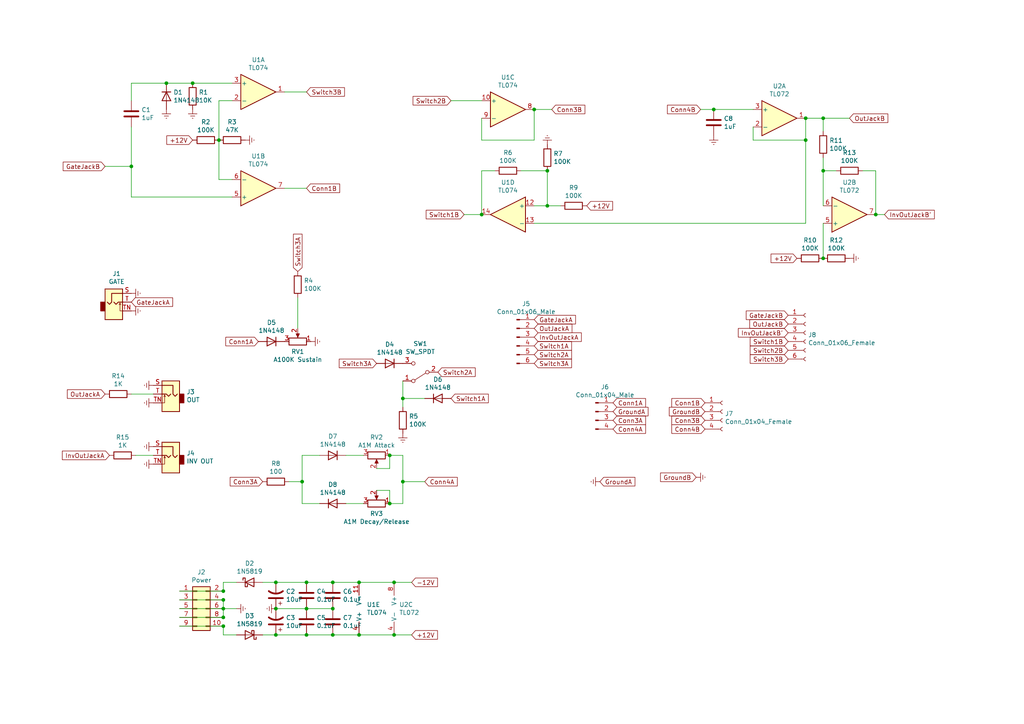
<source format=kicad_sch>
(kicad_sch (version 20211123) (generator eeschema)
  (paper "A4")
  (lib_symbols
    (symbol "ASREnvelope-rescue:CP1-Device" (pin_numbers hide) (pin_names (offset 0.254) hide)
      (property "Reference" "C" (at 0.635 2.54 0))
      (property "Value" "CP1-Device" (at 0.635 -2.54 0))
      (symbol "CP1-Device_0_1"
        (polyline (pts (xy -2.032 0.762) (xy 2.032 0.762)) (stroke (width 0.508)))
        (polyline (pts (xy -1.778 2.286) (xy -0.762 2.286)))
        (polyline (pts (xy -1.27 1.778) (xy -1.27 2.794)))
        (arc (start 2.032 -1.27) (mid 0 -0.5572) (end -2.032 -1.27) (stroke (width 0.508)))
      )
      (symbol "CP1-Device_1_1"
        (pin passive line (at 0 3.81 270) (length 2.794) (name "~") (number "1"))
        (pin passive line (at 0 -3.81 90) (length 3.302) (name "~") (number "2"))
      )
    )
    (symbol "ASREnvelope-rescue:R_POT-Device" (pin_names (offset 1.016) hide)
      (property "Reference" "RV" (at -4.445 0 90))
      (property "Value" "R_POT-Device" (at -2.54 0 90))
      (symbol "R_POT-Device_0_1"
        (polyline (pts (xy 2.54 0) (xy 1.524 0)))
        (polyline (pts (xy 1.143 0) (xy 2.286 0.508) (xy 2.286 -0.508) (xy 1.143 0)) (fill (type outline)))
        (rectangle (start 1.016 2.54) (end -1.016 -2.54) (stroke (width 0.254)))
      )
      (symbol "R_POT-Device_1_1"
        (pin passive line (at 0 3.81 270) (length 1.27) (name "1") (number "1"))
        (pin passive line (at 3.81 0 180) (length 1.27) (name "2") (number "2"))
        (pin passive line (at 0 -3.81 90) (length 1.27) (name "3") (number "3"))
      )
    )
    (symbol "Amplifier_Operational:TL072" (pin_names (offset 0.127))
      (property "Reference" "U" (at 0 5.08 0))
      (property "Value" "TL072" (at 0 -5.08 0))
      (symbol "TL072_1_1"
        (polyline (pts (xy -5.08 5.08) (xy 5.08 0) (xy -5.08 -5.08) (xy -5.08 5.08)) (stroke (width 0.254)) (fill (type background)))
        (pin output line (at 7.62 0 180) (length 2.54) (name "~") (number "1"))
        (pin input line (at -7.62 -2.54 0) (length 2.54) (name "-") (number "2"))
        (pin input line (at -7.62 2.54 0) (length 2.54) (name "+") (number "3"))
      )
      (symbol "TL072_2_1"
        (polyline (pts (xy -5.08 5.08) (xy 5.08 0) (xy -5.08 -5.08) (xy -5.08 5.08)) (stroke (width 0.254)) (fill (type background)))
        (pin input line (at -7.62 2.54 0) (length 2.54) (name "+") (number "5"))
        (pin input line (at -7.62 -2.54 0) (length 2.54) (name "-") (number "6"))
        (pin output line (at 7.62 0 180) (length 2.54) (name "~") (number "7"))
      )
      (symbol "TL072_3_1"
        (pin power_in line (at -2.54 -7.62 90) (length 3.81) (name "V-") (number "4"))
        (pin power_in line (at -2.54 7.62 270) (length 3.81) (name "V+") (number "8"))
      )
    )
    (symbol "Amplifier_Operational:TL074" (pin_names (offset 0.127))
      (property "Reference" "U" (at 0 5.08 0))
      (property "Value" "TL074" (at 0 -5.08 0))
      (symbol "TL074_1_1"
        (polyline (pts (xy -5.08 5.08) (xy 5.08 0) (xy -5.08 -5.08) (xy -5.08 5.08)) (stroke (width 0.254)) (fill (type background)))
        (pin output line (at 7.62 0 180) (length 2.54) (name "~") (number "1"))
        (pin input line (at -7.62 -2.54 0) (length 2.54) (name "-") (number "2"))
        (pin input line (at -7.62 2.54 0) (length 2.54) (name "+") (number "3"))
      )
      (symbol "TL074_2_1"
        (polyline (pts (xy -5.08 5.08) (xy 5.08 0) (xy -5.08 -5.08) (xy -5.08 5.08)) (stroke (width 0.254)) (fill (type background)))
        (pin input line (at -7.62 2.54 0) (length 2.54) (name "+") (number "5"))
        (pin input line (at -7.62 -2.54 0) (length 2.54) (name "-") (number "6"))
        (pin output line (at 7.62 0 180) (length 2.54) (name "~") (number "7"))
      )
      (symbol "TL074_3_1"
        (polyline (pts (xy -5.08 5.08) (xy 5.08 0) (xy -5.08 -5.08) (xy -5.08 5.08)) (stroke (width 0.254)) (fill (type background)))
        (pin input line (at -7.62 2.54 0) (length 2.54) (name "+") (number "10"))
        (pin output line (at 7.62 0 180) (length 2.54) (name "~") (number "8"))
        (pin input line (at -7.62 -2.54 0) (length 2.54) (name "-") (number "9"))
      )
      (symbol "TL074_4_1"
        (polyline (pts (xy -5.08 5.08) (xy 5.08 0) (xy -5.08 -5.08) (xy -5.08 5.08)) (stroke (width 0.254)) (fill (type background)))
        (pin input line (at -7.62 2.54 0) (length 2.54) (name "+") (number "12"))
        (pin input line (at -7.62 -2.54 0) (length 2.54) (name "-") (number "13"))
        (pin output line (at 7.62 0 180) (length 2.54) (name "~") (number "14"))
      )
      (symbol "TL074_5_1"
        (pin power_in line (at -2.54 -7.62 90) (length 3.81) (name "V-") (number "11"))
        (pin power_in line (at -2.54 7.62 270) (length 3.81) (name "V+") (number "4"))
      )
    )
    (symbol "Connector:AudioJack2_SwitchT"
      (property "Reference" "J" (at 0 8.89 0))
      (property "Value" "AudioJack2_SwitchT" (at 0 6.35 0))
      (symbol "AudioJack2_SwitchT_0_1"
        (rectangle (start -2.54 0) (end -3.81 -2.54) (stroke (width 0.254)) (fill (type outline)))
        (polyline (pts (xy 1.778 -0.254) (xy 2.032 -0.762)))
        (polyline (pts (xy 0 0) (xy 0.635 -0.635) (xy 1.27 0) (xy 2.54 0)) (stroke (width 0.254)))
        (polyline (pts (xy 2.54 -2.54) (xy 1.778 -2.54) (xy 1.778 -0.254) (xy 1.524 -0.762)))
        (polyline (pts (xy 2.54 2.54) (xy -0.635 2.54) (xy -0.635 0) (xy -1.27 -0.635) (xy -1.905 0)) (stroke (width 0.254)))
        (rectangle (start 2.54 3.81) (end -2.54 -5.08) (stroke (width 0.254)) (fill (type background)))
      )
      (symbol "AudioJack2_SwitchT_1_1"
        (pin passive line (at 5.08 2.54 180) (length 2.54) (name "~") (number "S"))
        (pin passive line (at 5.08 0 180) (length 2.54) (name "~") (number "T"))
        (pin passive line (at 5.08 -2.54 180) (length 2.54) (name "~") (number "TN"))
      )
    )
    (symbol "Connector:Conn_01x04_Female" (pin_names (offset 1.016) hide)
      (property "Reference" "J" (at 0 5.08 0))
      (property "Value" "Conn_01x04_Female" (at 0 -7.62 0))
      (symbol "Conn_01x04_Female_1_1"
        (arc (start 0 -4.572) (mid -0.508 -5.08) (end 0 -5.588) (stroke (width 0.1524)))
        (arc (start 0 -2.032) (mid -0.508 -2.54) (end 0 -3.048) (stroke (width 0.1524)))
        (polyline (pts (xy -1.27 -5.08) (xy -0.508 -5.08)) (stroke (width 0.1524)))
        (polyline (pts (xy -1.27 -2.54) (xy -0.508 -2.54)) (stroke (width 0.1524)))
        (polyline (pts (xy -1.27 0) (xy -0.508 0)) (stroke (width 0.1524)))
        (polyline (pts (xy -1.27 2.54) (xy -0.508 2.54)) (stroke (width 0.1524)))
        (arc (start 0 0.508) (mid -0.508 0) (end 0 -0.508) (stroke (width 0.1524)))
        (arc (start 0 3.048) (mid -0.508 2.54) (end 0 2.032) (stroke (width 0.1524)))
        (pin passive line (at -5.08 2.54 0) (length 3.81) (name "Pin_1") (number "1"))
        (pin passive line (at -5.08 0 0) (length 3.81) (name "Pin_2") (number "2"))
        (pin passive line (at -5.08 -2.54 0) (length 3.81) (name "Pin_3") (number "3"))
        (pin passive line (at -5.08 -5.08 0) (length 3.81) (name "Pin_4") (number "4"))
      )
    )
    (symbol "Connector:Conn_01x04_Male" (pin_names (offset 1.016) hide)
      (property "Reference" "J" (at 0 5.08 0))
      (property "Value" "Conn_01x04_Male" (at 0 -7.62 0))
      (symbol "Conn_01x04_Male_1_1"
        (polyline (pts (xy 1.27 -5.08) (xy 0.8636 -5.08)) (stroke (width 0.1524)))
        (polyline (pts (xy 1.27 -2.54) (xy 0.8636 -2.54)) (stroke (width 0.1524)))
        (polyline (pts (xy 1.27 0) (xy 0.8636 0)) (stroke (width 0.1524)))
        (polyline (pts (xy 1.27 2.54) (xy 0.8636 2.54)) (stroke (width 0.1524)))
        (rectangle (start 0.8636 -4.953) (end 0 -5.207) (stroke (width 0.1524)) (fill (type outline)))
        (rectangle (start 0.8636 -2.413) (end 0 -2.667) (stroke (width 0.1524)) (fill (type outline)))
        (rectangle (start 0.8636 0.127) (end 0 -0.127) (stroke (width 0.1524)) (fill (type outline)))
        (rectangle (start 0.8636 2.667) (end 0 2.413) (stroke (width 0.1524)) (fill (type outline)))
        (pin passive line (at 5.08 2.54 180) (length 3.81) (name "Pin_1") (number "1"))
        (pin passive line (at 5.08 0 180) (length 3.81) (name "Pin_2") (number "2"))
        (pin passive line (at 5.08 -2.54 180) (length 3.81) (name "Pin_3") (number "3"))
        (pin passive line (at 5.08 -5.08 180) (length 3.81) (name "Pin_4") (number "4"))
      )
    )
    (symbol "Connector:Conn_01x06_Female" (pin_names (offset 1.016) hide)
      (property "Reference" "J" (at 0 7.62 0))
      (property "Value" "Conn_01x06_Female" (at 0 -10.16 0))
      (symbol "Conn_01x06_Female_1_1"
        (arc (start 0 -7.112) (mid -0.508 -7.62) (end 0 -8.128) (stroke (width 0.1524)))
        (arc (start 0 -4.572) (mid -0.508 -5.08) (end 0 -5.588) (stroke (width 0.1524)))
        (arc (start 0 -2.032) (mid -0.508 -2.54) (end 0 -3.048) (stroke (width 0.1524)))
        (polyline (pts (xy -1.27 -7.62) (xy -0.508 -7.62)) (stroke (width 0.1524)))
        (polyline (pts (xy -1.27 -5.08) (xy -0.508 -5.08)) (stroke (width 0.1524)))
        (polyline (pts (xy -1.27 -2.54) (xy -0.508 -2.54)) (stroke (width 0.1524)))
        (polyline (pts (xy -1.27 0) (xy -0.508 0)) (stroke (width 0.1524)))
        (polyline (pts (xy -1.27 2.54) (xy -0.508 2.54)) (stroke (width 0.1524)))
        (polyline (pts (xy -1.27 5.08) (xy -0.508 5.08)) (stroke (width 0.1524)))
        (arc (start 0 0.508) (mid -0.508 0) (end 0 -0.508) (stroke (width 0.1524)))
        (arc (start 0 3.048) (mid -0.508 2.54) (end 0 2.032) (stroke (width 0.1524)))
        (arc (start 0 5.588) (mid -0.508 5.08) (end 0 4.572) (stroke (width 0.1524)))
        (pin passive line (at -5.08 5.08 0) (length 3.81) (name "Pin_1") (number "1"))
        (pin passive line (at -5.08 2.54 0) (length 3.81) (name "Pin_2") (number "2"))
        (pin passive line (at -5.08 0 0) (length 3.81) (name "Pin_3") (number "3"))
        (pin passive line (at -5.08 -2.54 0) (length 3.81) (name "Pin_4") (number "4"))
        (pin passive line (at -5.08 -5.08 0) (length 3.81) (name "Pin_5") (number "5"))
        (pin passive line (at -5.08 -7.62 0) (length 3.81) (name "Pin_6") (number "6"))
      )
    )
    (symbol "Connector:Conn_01x06_Male" (pin_names (offset 1.016) hide)
      (property "Reference" "J" (at 0 7.62 0))
      (property "Value" "Conn_01x06_Male" (at 0 -10.16 0))
      (symbol "Conn_01x06_Male_1_1"
        (polyline (pts (xy 1.27 -7.62) (xy 0.8636 -7.62)) (stroke (width 0.1524)))
        (polyline (pts (xy 1.27 -5.08) (xy 0.8636 -5.08)) (stroke (width 0.1524)))
        (polyline (pts (xy 1.27 -2.54) (xy 0.8636 -2.54)) (stroke (width 0.1524)))
        (polyline (pts (xy 1.27 0) (xy 0.8636 0)) (stroke (width 0.1524)))
        (polyline (pts (xy 1.27 2.54) (xy 0.8636 2.54)) (stroke (width 0.1524)))
        (polyline (pts (xy 1.27 5.08) (xy 0.8636 5.08)) (stroke (width 0.1524)))
        (rectangle (start 0.8636 -7.493) (end 0 -7.747) (stroke (width 0.1524)) (fill (type outline)))
        (rectangle (start 0.8636 -4.953) (end 0 -5.207) (stroke (width 0.1524)) (fill (type outline)))
        (rectangle (start 0.8636 -2.413) (end 0 -2.667) (stroke (width 0.1524)) (fill (type outline)))
        (rectangle (start 0.8636 0.127) (end 0 -0.127) (stroke (width 0.1524)) (fill (type outline)))
        (rectangle (start 0.8636 2.667) (end 0 2.413) (stroke (width 0.1524)) (fill (type outline)))
        (rectangle (start 0.8636 5.207) (end 0 4.953) (stroke (width 0.1524)) (fill (type outline)))
        (pin passive line (at 5.08 5.08 180) (length 3.81) (name "Pin_1") (number "1"))
        (pin passive line (at 5.08 2.54 180) (length 3.81) (name "Pin_2") (number "2"))
        (pin passive line (at 5.08 0 180) (length 3.81) (name "Pin_3") (number "3"))
        (pin passive line (at 5.08 -2.54 180) (length 3.81) (name "Pin_4") (number "4"))
        (pin passive line (at 5.08 -5.08 180) (length 3.81) (name "Pin_5") (number "5"))
        (pin passive line (at 5.08 -7.62 180) (length 3.81) (name "Pin_6") (number "6"))
      )
    )
    (symbol "Connector_Generic:Conn_02x05_Odd_Even" (pin_names (offset 1.016) hide)
      (property "Reference" "J" (at 1.27 7.62 0))
      (property "Value" "Conn_02x05_Odd_Even" (at 1.27 -7.62 0))
      (symbol "Conn_02x05_Odd_Even_1_1"
        (rectangle (start -1.27 -4.953) (end 0 -5.207) (stroke (width 0.1524)))
        (rectangle (start -1.27 -2.413) (end 0 -2.667) (stroke (width 0.1524)))
        (rectangle (start -1.27 0.127) (end 0 -0.127) (stroke (width 0.1524)))
        (rectangle (start -1.27 2.667) (end 0 2.413) (stroke (width 0.1524)))
        (rectangle (start -1.27 5.207) (end 0 4.953) (stroke (width 0.1524)))
        (rectangle (start -1.27 6.35) (end 3.81 -6.35) (stroke (width 0.254)) (fill (type background)))
        (rectangle (start 3.81 -4.953) (end 2.54 -5.207) (stroke (width 0.1524)))
        (rectangle (start 3.81 -2.413) (end 2.54 -2.667) (stroke (width 0.1524)))
        (rectangle (start 3.81 0.127) (end 2.54 -0.127) (stroke (width 0.1524)))
        (rectangle (start 3.81 2.667) (end 2.54 2.413) (stroke (width 0.1524)))
        (rectangle (start 3.81 5.207) (end 2.54 4.953) (stroke (width 0.1524)))
        (pin passive line (at -5.08 5.08 0) (length 3.81) (name "Pin_1") (number "1"))
        (pin passive line (at 7.62 -5.08 180) (length 3.81) (name "Pin_10") (number "10"))
        (pin passive line (at 7.62 5.08 180) (length 3.81) (name "Pin_2") (number "2"))
        (pin passive line (at -5.08 2.54 0) (length 3.81) (name "Pin_3") (number "3"))
        (pin passive line (at 7.62 2.54 180) (length 3.81) (name "Pin_4") (number "4"))
        (pin passive line (at -5.08 0 0) (length 3.81) (name "Pin_5") (number "5"))
        (pin passive line (at 7.62 0 180) (length 3.81) (name "Pin_6") (number "6"))
        (pin passive line (at -5.08 -2.54 0) (length 3.81) (name "Pin_7") (number "7"))
        (pin passive line (at 7.62 -2.54 180) (length 3.81) (name "Pin_8") (number "8"))
        (pin passive line (at -5.08 -5.08 0) (length 3.81) (name "Pin_9") (number "9"))
      )
    )
    (symbol "Device:C" (pin_numbers hide) (pin_names (offset 0.254))
      (property "Reference" "C" (at 0.635 2.54 0))
      (property "Value" "C" (at 0.635 -2.54 0))
      (symbol "C_0_1"
        (polyline (pts (xy -2.032 -0.762) (xy 2.032 -0.762)) (stroke (width 0.508)))
        (polyline (pts (xy -2.032 0.762) (xy 2.032 0.762)) (stroke (width 0.508)))
      )
      (symbol "C_1_1"
        (pin passive line (at 0 3.81 270) (length 2.794) (name "~") (number "1"))
        (pin passive line (at 0 -3.81 90) (length 2.794) (name "~") (number "2"))
      )
    )
    (symbol "Device:D" (pin_numbers hide) (pin_names (offset 1.016) hide)
      (property "Reference" "D" (at 0 2.54 0))
      (property "Value" "D" (at 0 -2.54 0))
      (symbol "D_0_1"
        (polyline (pts (xy -1.27 1.27) (xy -1.27 -1.27)) (stroke (width 0.254)))
        (polyline (pts (xy 1.27 0) (xy -1.27 0)))
        (polyline (pts (xy 1.27 1.27) (xy 1.27 -1.27) (xy -1.27 0) (xy 1.27 1.27)) (stroke (width 0.254)))
      )
      (symbol "D_1_1"
        (pin passive line (at -3.81 0 0) (length 2.54) (name "K") (number "1"))
        (pin passive line (at 3.81 0 180) (length 2.54) (name "A") (number "2"))
      )
    )
    (symbol "Device:D_Schottky" (pin_numbers hide) (pin_names (offset 1.016) hide)
      (property "Reference" "D" (at 0 2.54 0))
      (property "Value" "D_Schottky" (at 0 -2.54 0))
      (symbol "D_Schottky_0_1"
        (polyline (pts (xy 1.27 0) (xy -1.27 0)))
        (polyline (pts (xy 1.27 1.27) (xy 1.27 -1.27) (xy -1.27 0) (xy 1.27 1.27)) (stroke (width 0.254)))
        (polyline (pts (xy -1.905 0.635) (xy -1.905 1.27) (xy -1.27 1.27) (xy -1.27 -1.27) (xy -0.635 -1.27) (xy -0.635 -0.635)) (stroke (width 0.254)))
      )
      (symbol "D_Schottky_1_1"
        (pin passive line (at -3.81 0 0) (length 2.54) (name "K") (number "1"))
        (pin passive line (at 3.81 0 180) (length 2.54) (name "A") (number "2"))
      )
    )
    (symbol "Device:R" (pin_numbers hide) (pin_names (offset 0))
      (property "Reference" "R" (at 2.032 0 90))
      (property "Value" "R" (at 0 0 90))
      (symbol "R_0_1"
        (rectangle (start -1.016 -2.54) (end 1.016 2.54) (stroke (width 0.254)))
      )
      (symbol "R_1_1"
        (pin passive line (at 0 3.81 270) (length 1.27) (name "~") (number "1"))
        (pin passive line (at 0 -3.81 90) (length 1.27) (name "~") (number "2"))
      )
    )
    (symbol "Switch:SW_SPDT" (pin_names (offset 0) hide)
      (property "Reference" "SW" (at 0 4.318 0))
      (property "Value" "SW_SPDT" (at 0 -5.08 0))
      (symbol "SW_SPDT_0_0"
        (circle (center -2.032 0) (radius 0.508))
        (circle (center 2.032 -2.54) (radius 0.508))
      )
      (symbol "SW_SPDT_0_1"
        (polyline (pts (xy -1.524 0.254) (xy 1.651 2.286)))
        (circle (center 2.032 2.54) (radius 0.508))
      )
      (symbol "SW_SPDT_1_1"
        (pin passive line (at 5.08 2.54 180) (length 2.54) (name "A") (number "1"))
        (pin passive line (at -5.08 0 0) (length 2.54) (name "B") (number "2"))
        (pin passive line (at 5.08 -2.54 180) (length 2.54) (name "C") (number "3"))
      )
    )
    (symbol "power:Earth" (power) (pin_names (offset 0))
      (symbol "Earth_0_1"
        (polyline (pts (xy -0.635 -1.905) (xy 0.635 -1.905)))
        (polyline (pts (xy -0.127 -2.54) (xy 0.127 -2.54)))
        (polyline (pts (xy 0 -1.27) (xy 0 0)))
        (polyline (pts (xy 1.27 -1.27) (xy -1.27 -1.27)))
      )
      (symbol "Earth_1_1"
        (pin power_in line (at 0 0 270) (length 0) hide (name "Earth") (number "1"))
      )
    )
  )
  (junction (at 238.76 49.53))
  (junction (at 116.84 139.7))
  (junction (at 104.14 168.91))
  (junction (at 63.5 40.64))
  (junction (at 80.01 168.91))
  (junction (at 113.03 132.08))
  (junction (at 154.94 31.75))
  (junction (at 64.77 173.99))
  (junction (at 64.77 171.45))
  (junction (at 96.52 168.91))
  (junction (at 139.7 62.23))
  (junction (at 80.01 176.53))
  (junction (at 158.75 59.69))
  (junction (at 64.77 176.53))
  (junction (at 207.01 31.75))
  (junction (at 238.76 34.29))
  (junction (at 55.88 24.13))
  (junction (at 38.1 48.26))
  (junction (at 116.84 115.57))
  (junction (at 233.68 40.64))
  (junction (at 88.9 184.15))
  (junction (at 88.9 168.91))
  (junction (at 64.77 181.61))
  (junction (at 158.75 49.53))
  (junction (at 96.52 176.53))
  (junction (at 254 62.23))
  (junction (at 64.77 179.07))
  (junction (at 233.68 34.29))
  (junction (at 114.3 184.15))
  (junction (at 104.14 184.15))
  (junction (at 80.01 184.15))
  (junction (at 87.63 139.7))
  (junction (at 96.52 184.15))
  (junction (at 113.03 146.05))
  (junction (at 114.3 168.91))
  (junction (at 48.26 24.13))
  (junction (at 238.76 74.93))
  (junction (at 88.9 176.53))
  (wire (pts (xy 88.9 176.53) (xy 96.52 176.53)))
  (wire (pts (xy 254 49.53) (xy 254 62.23)))
  (wire (pts (xy 64.77 173.99) (xy 52.07 173.99)))
  (wire (pts (xy 63.5 52.07) (xy 67.31 52.07)))
  (wire (pts (xy 116.84 115.57) (xy 116.84 110.49)))
  (wire (pts (xy 114.3 168.91) (xy 119.38 168.91)))
  (wire (pts (xy 52.07 171.45) (xy 64.77 171.45)))
  (wire (pts (xy 64.77 184.15) (xy 64.77 181.61)))
  (wire (pts (xy 64.77 176.53) (xy 64.77 173.99)))
  (wire (pts (xy 86.36 95.25) (xy 86.36 86.36)))
  (wire (pts (xy 238.76 59.69) (xy 238.76 49.53)))
  (wire (pts (xy 92.71 132.08) (xy 87.63 132.08)))
  (wire (pts (xy 238.76 34.29) (xy 233.68 34.29)))
  (wire (pts (xy 83.82 139.7) (xy 87.63 139.7)))
  (wire (pts (xy 109.22 135.89) (xy 113.03 135.89)))
  (wire (pts (xy 154.94 31.75) (xy 154.94 40.64)))
  (wire (pts (xy 130.81 29.21) (xy 139.7 29.21)))
  (wire (pts (xy 238.76 64.77) (xy 238.76 74.93)))
  (wire (pts (xy 44.45 114.3) (xy 38.1 114.3)))
  (wire (pts (xy 80.01 184.15) (xy 88.9 184.15)))
  (wire (pts (xy 218.44 31.75) (xy 207.01 31.75)))
  (wire (pts (xy 64.77 179.07) (xy 52.07 179.07)))
  (wire (pts (xy 80.01 176.53) (xy 88.9 176.53)))
  (wire (pts (xy 158.75 49.53) (xy 158.75 59.69)))
  (wire (pts (xy 233.68 40.64) (xy 233.68 34.29)))
  (wire (pts (xy 114.3 184.15) (xy 104.14 184.15)))
  (wire (pts (xy 256.54 62.23) (xy 254 62.23)))
  (wire (pts (xy 246.38 34.29) (xy 238.76 34.29)))
  (wire (pts (xy 154.94 64.77) (xy 233.68 64.77)))
  (wire (pts (xy 88.9 184.15) (xy 96.52 184.15)))
  (wire (pts (xy 233.68 64.77) (xy 233.68 40.64)))
  (wire (pts (xy 63.5 29.21) (xy 63.5 40.64)))
  (wire (pts (xy 116.84 139.7) (xy 116.84 146.05)))
  (wire (pts (xy 80.01 168.91) (xy 88.9 168.91)))
  (wire (pts (xy 76.2 168.91) (xy 80.01 168.91)))
  (wire (pts (xy 64.77 171.45) (xy 64.77 168.91)))
  (wire (pts (xy 116.84 132.08) (xy 116.84 139.7)))
  (wire (pts (xy 68.58 184.15) (xy 64.77 184.15)))
  (wire (pts (xy 218.44 40.64) (xy 233.68 40.64)))
  (wire (pts (xy 76.2 184.15) (xy 80.01 184.15)))
  (wire (pts (xy 114.3 184.15) (xy 119.38 184.15)))
  (wire (pts (xy 207.01 31.75) (xy 203.2 31.75)))
  (wire (pts (xy 105.41 146.05) (xy 100.33 146.05)))
  (wire (pts (xy 38.1 36.83) (xy 38.1 48.26)))
  (wire (pts (xy 87.63 139.7) (xy 87.63 146.05)))
  (wire (pts (xy 238.76 49.53) (xy 242.57 49.53)))
  (wire (pts (xy 38.1 48.26) (xy 38.1 57.15)))
  (wire (pts (xy 88.9 26.67) (xy 82.55 26.67)))
  (wire (pts (xy 113.03 132.08) (xy 116.84 132.08)))
  (wire (pts (xy 139.7 49.53) (xy 139.7 62.23)))
  (wire (pts (xy 158.75 59.69) (xy 162.56 59.69)))
  (wire (pts (xy 238.76 49.53) (xy 238.76 45.72)))
  (wire (pts (xy 109.22 142.24) (xy 113.03 142.24)))
  (wire (pts (xy 82.55 54.61) (xy 88.9 54.61)))
  (wire (pts (xy 113.03 135.89) (xy 113.03 132.08)))
  (wire (pts (xy 64.77 179.07) (xy 64.77 176.53)))
  (wire (pts (xy 67.31 24.13) (xy 55.88 24.13)))
  (wire (pts (xy 52.07 176.53) (xy 64.77 176.53)))
  (wire (pts (xy 123.19 115.57) (xy 116.84 115.57)))
  (wire (pts (xy 218.44 36.83) (xy 218.44 40.64)))
  (wire (pts (xy 67.31 29.21) (xy 63.5 29.21)))
  (wire (pts (xy 143.51 49.53) (xy 139.7 49.53)))
  (wire (pts (xy 113.03 142.24) (xy 113.03 146.05)))
  (wire (pts (xy 96.52 184.15) (xy 104.14 184.15)))
  (wire (pts (xy 63.5 40.64) (xy 63.5 52.07)))
  (wire (pts (xy 134.62 62.23) (xy 139.7 62.23)))
  (wire (pts (xy 139.7 40.64) (xy 139.7 34.29)))
  (wire (pts (xy 87.63 146.05) (xy 92.71 146.05)))
  (wire (pts (xy 116.84 115.57) (xy 116.84 118.11)))
  (wire (pts (xy 154.94 40.64) (xy 139.7 40.64)))
  (wire (pts (xy 68.58 176.53) (xy 64.77 176.53)))
  (wire (pts (xy 87.63 132.08) (xy 87.63 139.7)))
  (wire (pts (xy 38.1 29.21) (xy 38.1 24.13)))
  (wire (pts (xy 64.77 168.91) (xy 68.58 168.91)))
  (wire (pts (xy 238.76 38.1) (xy 238.76 34.29)))
  (wire (pts (xy 154.94 31.75) (xy 160.02 31.75)))
  (wire (pts (xy 151.13 49.53) (xy 158.75 49.53)))
  (wire (pts (xy 38.1 24.13) (xy 48.26 24.13)))
  (wire (pts (xy 250.19 49.53) (xy 254 49.53)))
  (wire (pts (xy 116.84 146.05) (xy 113.03 146.05)))
  (wire (pts (xy 52.07 181.61) (xy 64.77 181.61)))
  (wire (pts (xy 96.52 168.91) (xy 104.14 168.91)))
  (wire (pts (xy 154.94 59.69) (xy 158.75 59.69)))
  (wire (pts (xy 104.14 168.91) (xy 114.3 168.91)))
  (wire (pts (xy 44.45 132.08) (xy 39.37 132.08)))
  (wire (pts (xy 100.33 132.08) (xy 105.41 132.08)))
  (wire (pts (xy 123.19 139.7) (xy 116.84 139.7)))
  (wire (pts (xy 88.9 168.91) (xy 96.52 168.91)))
  (wire (pts (xy 55.88 24.13) (xy 48.26 24.13)))
  (wire (pts (xy 30.48 48.26) (xy 38.1 48.26)))
  (wire (pts (xy 67.31 57.15) (xy 38.1 57.15)))
  (global_label "Switch3B" (shape input) (at 228.6 104.14 180) (property "Intersheet References" "${INTERSHEET_REFS}" (effects hide)))
  (global_label "Switch2B" (shape input) (at 228.6 101.6 180) (property "Intersheet References" "${INTERSHEET_REFS}" (effects hide)))
  (global_label "+12V" (shape input) (at 55.88 40.64 180) (property "Intersheet References" "${INTERSHEET_REFS}" (effects hide)))
  (global_label "InvOutJackA" (shape input) (at 31.75 132.08 180) (property "Intersheet References" "${INTERSHEET_REFS}" (effects hide)))
  (global_label "Conn4A" (shape input) (at 177.8 124.46 0) (property "Intersheet References" "${INTERSHEET_REFS}" (effects hide)))
  (global_label "Switch1A" (shape input) (at 130.81 115.57 0) (property "Intersheet References" "${INTERSHEET_REFS}" (effects hide)))
  (global_label "Switch2A" (shape input) (at 154.94 102.87 0) (property "Intersheet References" "${INTERSHEET_REFS}" (effects hide)))
  (global_label "GroundA" (shape input) (at 177.8 119.38 0) (property "Intersheet References" "${INTERSHEET_REFS}" (effects hide)))
  (global_label "GateJackB" (shape input) (at 30.48 48.26 180) (property "Intersheet References" "${INTERSHEET_REFS}" (effects hide)))
  (global_label "Switch3A" (shape input) (at 86.36 78.74 90) (property "Intersheet References" "${INTERSHEET_REFS}" (effects hide)))
  (global_label "Conn3A" (shape input) (at 177.8 121.92 0) (property "Intersheet References" "${INTERSHEET_REFS}" (effects hide)))
  (global_label "Conn3A" (shape input) (at 76.2 139.7 180) (property "Intersheet References" "${INTERSHEET_REFS}" (effects hide)))
  (global_label "GateJackA" (shape input) (at 154.94 92.71 0) (property "Intersheet References" "${INTERSHEET_REFS}" (effects hide)))
  (global_label "+12V" (shape input) (at 170.18 59.69 0) (property "Intersheet References" "${INTERSHEET_REFS}" (effects hide)))
  (global_label "Conn1A" (shape input) (at 74.93 99.06 180) (property "Intersheet References" "${INTERSHEET_REFS}" (effects hide)))
  (global_label "Conn1B" (shape input) (at 88.9 54.61 0) (property "Intersheet References" "${INTERSHEET_REFS}" (effects hide)))
  (global_label "GateJackA" (shape input) (at 38.1 87.63 0) (property "Intersheet References" "${INTERSHEET_REFS}" (effects hide)))
  (global_label "Switch1A" (shape input) (at 154.94 100.33 0) (property "Intersheet References" "${INTERSHEET_REFS}" (effects hide)))
  (global_label "Conn1A" (shape input) (at 177.8 116.84 0) (property "Intersheet References" "${INTERSHEET_REFS}" (effects hide)))
  (global_label "InvOutJackA" (shape input) (at 154.94 97.79 0) (property "Intersheet References" "${INTERSHEET_REFS}" (effects hide)))
  (global_label "Switch3B" (shape input) (at 88.9 26.67 0) (property "Intersheet References" "${INTERSHEET_REFS}" (effects hide)))
  (global_label "GroundA" (shape input) (at 173.99 139.7 0) (property "Intersheet References" "${INTERSHEET_REFS}" (effects hide)))
  (global_label "OutJackA" (shape input) (at 30.48 114.3 180) (property "Intersheet References" "${INTERSHEET_REFS}" (effects hide)))
  (global_label "InvOutJackB'" (shape input) (at 228.6 96.52 180) (property "Intersheet References" "${INTERSHEET_REFS}" (effects hide)))
  (global_label "Switch2A" (shape input) (at 127 107.95 0) (property "Intersheet References" "${INTERSHEET_REFS}" (effects hide)))
  (global_label "InvOutJackB'" (shape input) (at 256.54 62.23 0) (property "Intersheet References" "${INTERSHEET_REFS}" (effects hide)))
  (global_label "Switch1B" (shape input) (at 134.62 62.23 180) (property "Intersheet References" "${INTERSHEET_REFS}" (effects hide)))
  (global_label "GroundB" (shape input) (at 204.47 119.38 180) (property "Intersheet References" "${INTERSHEET_REFS}" (effects hide)))
  (global_label "OutJackB" (shape input) (at 228.6 93.98 180) (property "Intersheet References" "${INTERSHEET_REFS}" (effects hide)))
  (global_label "Switch3A" (shape input) (at 154.94 105.41 0) (property "Intersheet References" "${INTERSHEET_REFS}" (effects hide)))
  (global_label "Conn4B" (shape input) (at 203.2 31.75 180) (property "Intersheet References" "${INTERSHEET_REFS}" (effects hide)))
  (global_label "GroundB" (shape input) (at 201.93 138.43 180) (property "Intersheet References" "${INTERSHEET_REFS}" (effects hide)))
  (global_label "+12V" (shape input) (at 231.14 74.93 180) (property "Intersheet References" "${INTERSHEET_REFS}" (effects hide)))
  (global_label "Switch2B" (shape input) (at 130.81 29.21 180) (property "Intersheet References" "${INTERSHEET_REFS}" (effects hide)))
  (global_label "Conn4B" (shape input) (at 204.47 124.46 180) (property "Intersheet References" "${INTERSHEET_REFS}" (effects hide)))
  (global_label "Switch1B" (shape input) (at 228.6 99.06 180) (property "Intersheet References" "${INTERSHEET_REFS}" (effects hide)))
  (global_label "Conn4A" (shape input) (at 123.19 139.7 0) (property "Intersheet References" "${INTERSHEET_REFS}" (effects hide)))
  (global_label "OutJackA" (shape input) (at 154.94 95.25 0) (property "Intersheet References" "${INTERSHEET_REFS}" (effects hide)))
  (global_label "Conn1B" (shape input) (at 204.47 116.84 180) (property "Intersheet References" "${INTERSHEET_REFS}" (effects hide)))
  (global_label "Switch3A" (shape input) (at 109.22 105.41 180) (property "Intersheet References" "${INTERSHEET_REFS}" (effects hide)))
  (global_label "+12V" (shape input) (at 119.38 184.15 0) (property "Intersheet References" "${INTERSHEET_REFS}" (effects hide)))
  (global_label "-12V" (shape input) (at 119.38 168.91 0) (property "Intersheet References" "${INTERSHEET_REFS}" (effects hide)))
  (global_label "OutJackB" (shape input) (at 246.38 34.29 0) (property "Intersheet References" "${INTERSHEET_REFS}" (effects hide)))
  (global_label "Conn3B" (shape input) (at 204.47 121.92 180) (property "Intersheet References" "${INTERSHEET_REFS}" (effects hide)))
  (global_label "GateJackB" (shape input) (at 228.6 91.44 180) (property "Intersheet References" "${INTERSHEET_REFS}" (effects hide)))
  (global_label "Conn3B" (shape input) (at 160.02 31.75 0) (property "Intersheet References" "${INTERSHEET_REFS}" (effects hide)))
  (symbol (lib_id "Connector:AudioJack2_SwitchT") (at 33.02 87.63 0) (unit 1)
    (property "Reference" "J1" (at 33.8328 79.375 0))
    (property "Value" "GATE" (at 33.8328 81.6864 0))
    (property "Footprint" "pj398m:Jack_3.5mm_QingPu_WQP-PJ398SM_Vertical" (effects hide))
  )
  (symbol (lib_id "power:Earth") (at 38.1 90.17 90) (unit 1)
    (property "Reference" "#PWR0112" (effects hide))
    (property "Value" "Earth" (effects hide))
  )
  (symbol (lib_id "power:Earth") (at 38.1 85.09 90) (unit 1)
    (property "Reference" "#PWR0113" (effects hide))
    (property "Value" "Earth" (effects hide))
  )
  (symbol (lib_id "Connector:AudioJack2_SwitchT") (at 49.53 132.08 0) (mirror y) (unit 1)
    (property "Reference" "J4" (at 54.102 131.445 0) (effects (justify right)))
    (property "Value" "INV OUT" (at 54.102 133.7564 0) (effects (justify right)))
    (property "Footprint" "pj398m:Jack_3.5mm_QingPu_WQP-PJ398SM_Vertical" (effects hide))
  )
  (symbol (lib_id "Connector:AudioJack2_SwitchT") (at 49.53 114.3 0) (mirror y) (unit 1)
    (property "Reference" "J3" (at 54.102 113.665 0) (effects (justify right)))
    (property "Value" "OUT" (at 54.102 115.9764 0) (effects (justify right)))
    (property "Footprint" "pj398m:Jack_3.5mm_QingPu_WQP-PJ398SM_Vertical" (effects hide))
  )
  (symbol (lib_id "power:Earth") (at 44.45 134.62 270) (unit 1)
    (property "Reference" "#PWR0114" (effects hide))
    (property "Value" "Earth" (effects hide))
  )
  (symbol (lib_id "power:Earth") (at 44.45 129.54 270) (unit 1)
    (property "Reference" "#PWR0115" (effects hide))
    (property "Value" "Earth" (effects hide))
  )
  (symbol (lib_id "power:Earth") (at 44.45 116.84 270) (unit 1)
    (property "Reference" "#PWR0116" (effects hide))
    (property "Value" "Earth" (effects hide))
  )
  (symbol (lib_id "power:Earth") (at 44.45 111.76 270) (unit 1)
    (property "Reference" "#PWR0117" (effects hide))
    (property "Value" "Earth" (effects hide))
  )
  (symbol (lib_id "Amplifier_Operational:TL074") (at 74.93 26.67 0) (unit 1)
    (property "Reference" "U1" (at 74.93 17.3482 0))
    (property "Value" "TL074" (at 74.93 19.6596 0))
    (property "Footprint" "Package_DIP:DIP-16_W7.62mm_Socket_LongPads" (effects hide))
    (property "Datasheet" "http://www.ti.com/lit/ds/symlink/tl071.pdf" (effects hide))
  )
  (symbol (lib_id "Amplifier_Operational:TL074") (at 74.93 54.61 0) (mirror x) (unit 2)
    (property "Reference" "U1" (at 74.93 45.2882 0))
    (property "Value" "TL074" (at 74.93 47.5996 0))
    (property "Footprint" "Package_DIP:DIP-16_W7.62mm_Socket_LongPads" (effects hide))
    (property "Datasheet" "http://www.ti.com/lit/ds/symlink/tl071.pdf" (effects hide))
  )
  (symbol (lib_id "Amplifier_Operational:TL074") (at 147.32 31.75 0) (unit 3)
    (property "Reference" "U1" (at 147.32 22.4282 0))
    (property "Value" "TL074" (at 147.32 24.7396 0))
    (property "Footprint" "Package_DIP:DIP-16_W7.62mm_Socket_LongPads" (effects hide))
    (property "Datasheet" "http://www.ti.com/lit/ds/symlink/tl071.pdf" (effects hide))
  )
  (symbol (lib_id "Amplifier_Operational:TL074") (at 147.32 62.23 0) (mirror y) (unit 4)
    (property "Reference" "U1" (at 147.32 52.9082 0))
    (property "Value" "TL074" (at 147.32 55.2196 0))
    (property "Footprint" "Package_DIP:DIP-16_W7.62mm_Socket_LongPads" (effects hide))
    (property "Datasheet" "http://www.ti.com/lit/ds/symlink/tl071.pdf" (effects hide))
  )
  (symbol (lib_id "Amplifier_Operational:TL074") (at 101.6 176.53 180) (unit 5)
    (property "Reference" "U1" (at 106.3752 175.3616 0) (effects (justify right)))
    (property "Value" "TL074" (at 106.3752 177.673 0) (effects (justify right)))
    (property "Footprint" "Package_DIP:DIP-16_W7.62mm_Socket_LongPads" (effects hide))
    (property "Datasheet" "http://www.ti.com/lit/ds/symlink/tl071.pdf" (effects hide))
  )
  (symbol (lib_id "Connector_Generic:Conn_02x05_Odd_Even") (at 57.15 176.53 0) (unit 1)
    (property "Reference" "J2" (at 58.42 165.9382 0))
    (property "Value" "Power" (at 58.42 168.2496 0))
    (property "Footprint" "pj398m:Jack_3.5mm_QingPu_WQP-PJ398SM_Vertical" (effects hide))
  )
  (symbol (lib_id "ASREnvelope-rescue:CP1-Device") (at 80.01 172.72 180) (unit 1)
    (property "Reference" "C2" (at 82.931 171.5516 0) (effects (justify right)))
    (property "Value" "10uF" (at 82.931 173.863 0) (effects (justify right)))
    (property "Footprint" "Capacitor_THT:CP_Radial_D5.0mm_P2.50mm" (effects hide))
  )
  (symbol (lib_id "Device:R") (at 246.38 49.53 90) (unit 1)
    (property "Reference" "R13" (at 246.38 44.2722 90))
    (property "Value" "100K" (at 246.38 46.5836 90))
    (property "Footprint" "Resistor_THT:R_Axial_DIN0207_L6.3mm_D2.5mm_P7.62mm_Horizontal" (effects hide))
  )
  (symbol (lib_id "Device:D_Schottky") (at 72.39 168.91 0) (unit 1)
    (property "Reference" "D2" (at 72.39 163.3982 0))
    (property "Value" "1N5819" (at 72.39 165.7096 0))
    (property "Footprint" "Diode_THT:D_DO-41_SOD81_P7.62mm_Horizontal" (effects hide))
  )
  (symbol (lib_id "Device:C") (at 207.01 35.56 0) (unit 1)
    (property "Reference" "C8" (at 209.931 34.3916 0) (effects (justify left)))
    (property "Value" "1uF" (at 209.931 36.703 0) (effects (justify left)))
    (property "Footprint" "Capacitor_THT:C_Disc_D3.0mm_W1.6mm_P2.50mm" (effects hide))
  )
  (symbol (lib_id "Device:D_Schottky") (at 72.39 184.15 180) (unit 1)
    (property "Reference" "D3" (at 72.39 178.6382 0))
    (property "Value" "1N5819" (at 72.39 180.9496 0))
    (property "Footprint" "Diode_THT:D_DO-41_SOD81_P7.62mm_Horizontal" (effects hide))
  )
  (symbol (lib_id "ASREnvelope-rescue:CP1-Device") (at 80.01 180.34 180) (unit 1)
    (property "Reference" "C3" (at 82.931 179.1716 0) (effects (justify right)))
    (property "Value" "10uF" (at 82.931 181.483 0) (effects (justify right)))
    (property "Footprint" "Capacitor_THT:CP_Radial_D5.0mm_P2.50mm" (effects hide))
  )
  (symbol (lib_id "power:Earth") (at 68.58 176.53 90) (unit 1)
    (property "Reference" "#PWR0101" (effects hide))
    (property "Value" "Earth" (effects hide))
  )
  (symbol (lib_id "power:Earth") (at 80.01 176.53 270) (unit 1)
    (property "Reference" "#PWR0102" (effects hide))
    (property "Value" "Earth" (effects hide))
  )
  (symbol (lib_id "Amplifier_Operational:TL072") (at 226.06 34.29 0) (unit 1)
    (property "Reference" "U2" (at 226.06 24.9682 0))
    (property "Value" "TL072" (at 226.06 27.2796 0))
    (property "Footprint" "Package_DIP:DIP-8_W7.62mm_Socket_LongPads" (effects hide))
    (property "Datasheet" "http://www.ti.com/lit/ds/symlink/tl071.pdf" (effects hide))
  )
  (symbol (lib_id "Amplifier_Operational:TL072") (at 246.38 62.23 0) (mirror x) (unit 2)
    (property "Reference" "U2" (at 246.38 52.9082 0))
    (property "Value" "TL072" (at 246.38 55.2196 0))
    (property "Footprint" "Package_DIP:DIP-8_W7.62mm_Socket_LongPads" (effects hide))
    (property "Datasheet" "http://www.ti.com/lit/ds/symlink/tl071.pdf" (effects hide))
  )
  (symbol (lib_id "Amplifier_Operational:TL072") (at 116.84 176.53 0) (unit 3)
    (property "Reference" "U2" (at 115.7732 175.3616 0) (effects (justify left)))
    (property "Value" "TL072" (at 115.7732 177.673 0) (effects (justify left)))
    (property "Footprint" "Package_DIP:DIP-8_W7.62mm_Socket_LongPads" (effects hide))
    (property "Datasheet" "http://www.ti.com/lit/ds/symlink/tl071.pdf" (effects hide))
  )
  (symbol (lib_id "Device:C") (at 96.52 180.34 0) (unit 1)
    (property "Reference" "C7" (at 99.441 179.1716 0) (effects (justify left)))
    (property "Value" "0.1uF" (at 99.441 181.483 0) (effects (justify left)))
    (property "Footprint" "Capacitor_THT:C_Disc_D11.0mm_W5.0mm_P7.50mm" (effects hide))
  )
  (symbol (lib_id "Device:C") (at 96.52 172.72 0) (unit 1)
    (property "Reference" "C6" (at 99.441 171.5516 0) (effects (justify left)))
    (property "Value" "0.1uF" (at 99.441 173.863 0) (effects (justify left)))
    (property "Footprint" "Capacitor_THT:C_Disc_D11.0mm_W5.0mm_P7.50mm" (effects hide))
  )
  (symbol (lib_id "Device:C") (at 88.9 172.72 0) (unit 1)
    (property "Reference" "C4" (at 91.821 171.5516 0) (effects (justify left)))
    (property "Value" "0.1uF" (at 91.821 173.863 0) (effects (justify left)))
    (property "Footprint" "Capacitor_THT:C_Disc_D11.0mm_W5.0mm_P7.50mm" (effects hide))
  )
  (symbol (lib_id "Device:C") (at 88.9 180.34 0) (unit 1)
    (property "Reference" "C5" (at 91.821 179.1716 0) (effects (justify left)))
    (property "Value" "0.1uF" (at 91.821 181.483 0) (effects (justify left)))
    (property "Footprint" "Capacitor_THT:C_Disc_D11.0mm_W5.0mm_P7.50mm" (effects hide))
  )
  (symbol (lib_id "Device:R") (at 67.31 40.64 270) (unit 1)
    (property "Reference" "R3" (at 67.31 35.3822 90))
    (property "Value" "47K" (at 67.31 37.6936 90))
    (property "Footprint" "Resistor_THT:R_Axial_DIN0207_L6.3mm_D2.5mm_P7.62mm_Horizontal" (effects hide))
  )
  (symbol (lib_id "Device:R") (at 59.69 40.64 270) (unit 1)
    (property "Reference" "R2" (at 59.69 35.3822 90))
    (property "Value" "100K" (at 59.69 37.6936 90))
    (property "Footprint" "Resistor_THT:R_Axial_DIN0207_L6.3mm_D2.5mm_P7.62mm_Horizontal" (effects hide))
  )
  (symbol (lib_id "power:Earth") (at 71.12 40.64 90) (unit 1)
    (property "Reference" "#PWR0103" (effects hide))
    (property "Value" "Earth" (effects hide))
  )
  (symbol (lib_id "Device:D") (at 48.26 27.94 270) (unit 1)
    (property "Reference" "D1" (at 50.292 26.7716 90) (effects (justify left)))
    (property "Value" "1N4148" (at 50.292 29.083 90) (effects (justify left)))
    (property "Footprint" "Diode_THT:D_DO-35_SOD27_P7.62mm_Horizontal" (effects hide))
  )
  (symbol (lib_id "Device:R") (at 55.88 27.94 0) (unit 1)
    (property "Reference" "R1" (at 57.658 26.7716 0) (effects (justify left)))
    (property "Value" "10K" (at 57.658 29.083 0) (effects (justify left)))
    (property "Footprint" "Resistor_THT:R_Axial_DIN0207_L6.3mm_D2.5mm_P7.62mm_Horizontal" (effects hide))
  )
  (symbol (lib_id "Device:C") (at 38.1 33.02 0) (unit 1)
    (property "Reference" "C1" (at 41.021 31.8516 0) (effects (justify left)))
    (property "Value" "1uF" (at 41.021 34.163 0) (effects (justify left)))
    (property "Footprint" "Capacitor_THT:C_Disc_D3.0mm_W1.6mm_P2.50mm" (effects hide))
  )
  (symbol (lib_id "power:Earth") (at 48.26 31.75 0) (unit 1)
    (property "Reference" "#PWR0104" (effects hide))
    (property "Value" "Earth" (effects hide))
  )
  (symbol (lib_id "power:Earth") (at 55.88 31.75 0) (unit 1)
    (property "Reference" "#PWR0105" (effects hide))
    (property "Value" "Earth" (effects hide))
  )
  (symbol (lib_id "Device:D") (at 78.74 99.06 180) (unit 1)
    (property "Reference" "D5" (at 78.74 93.5482 0))
    (property "Value" "1N4148" (at 78.74 95.8596 0))
    (property "Footprint" "Diode_THT:D_DO-35_SOD27_P7.62mm_Horizontal" (effects hide))
  )
  (symbol (lib_id "Device:D") (at 113.03 105.41 180) (unit 1)
    (property "Reference" "D4" (at 113.03 99.8982 0))
    (property "Value" "1N4148" (at 113.03 102.2096 0))
    (property "Footprint" "Diode_THT:D_DO-35_SOD27_P7.62mm_Horizontal" (effects hide))
  )
  (symbol (lib_id "ASREnvelope-rescue:R_POT-Device") (at 86.36 99.06 270) (mirror x) (unit 1)
    (property "Reference" "RV1" (at 86.36 101.981 90))
    (property "Value" "A100K Sustain" (at 86.36 104.2924 90))
    (property "Footprint" "Potentiometer_THT:Potentiometer_Alpha_RD901F-40-00D_Single_Vertical_CircularHoles" (effects hide))
  )
  (symbol (lib_id "Device:R") (at 86.36 82.55 0) (unit 1)
    (property "Reference" "R4" (at 88.138 81.3816 0) (effects (justify left)))
    (property "Value" "100K" (at 88.138 83.693 0) (effects (justify left)))
    (property "Footprint" "Resistor_THT:R_Axial_DIN0207_L6.3mm_D2.5mm_P7.62mm_Horizontal" (effects hide))
  )
  (symbol (lib_id "power:Earth") (at 90.17 99.06 90) (unit 1)
    (property "Reference" "#PWR0106" (effects hide))
    (property "Value" "Earth" (effects hide))
  )
  (symbol (lib_id "Switch:SW_SPDT") (at 121.92 107.95 180) (unit 1)
    (property "Reference" "SW1" (at 121.92 99.695 0))
    (property "Value" "SW_SPDT" (at 121.92 102.0064 0))
  )
  (symbol (lib_id "Device:D") (at 127 115.57 0) (unit 1)
    (property "Reference" "D6" (at 127 110.0582 0))
    (property "Value" "1N4148" (at 127 112.3696 0))
    (property "Footprint" "Diode_THT:D_DO-35_SOD27_P7.62mm_Horizontal" (effects hide))
  )
  (symbol (lib_id "Device:R") (at 116.84 121.92 0) (unit 1)
    (property "Reference" "R5" (at 118.618 120.7516 0) (effects (justify left)))
    (property "Value" "100K" (at 118.618 123.063 0) (effects (justify left)))
    (property "Footprint" "Resistor_THT:R_Axial_DIN0207_L6.3mm_D2.5mm_P7.62mm_Horizontal" (effects hide))
  )
  (symbol (lib_id "power:Earth") (at 116.84 125.73 0) (unit 1)
    (property "Reference" "#PWR0107" (effects hide))
    (property "Value" "Earth" (effects hide))
  )
  (symbol (lib_id "Device:R") (at 147.32 49.53 270) (unit 1)
    (property "Reference" "R6" (at 147.32 44.2722 90))
    (property "Value" "100K" (at 147.32 46.5836 90))
    (property "Footprint" "Resistor_THT:R_Axial_DIN0207_L6.3mm_D2.5mm_P7.62mm_Horizontal" (effects hide))
  )
  (symbol (lib_id "Device:R") (at 158.75 45.72 180) (unit 1)
    (property "Reference" "R7" (at 160.528 44.5516 0) (effects (justify right)))
    (property "Value" "100K" (at 160.528 46.863 0) (effects (justify right)))
    (property "Footprint" "Resistor_THT:R_Axial_DIN0207_L6.3mm_D2.5mm_P7.62mm_Horizontal" (effects hide))
  )
  (symbol (lib_id "Device:R") (at 166.37 59.69 90) (unit 1)
    (property "Reference" "R9" (at 166.37 54.4322 90))
    (property "Value" "100K" (at 166.37 56.7436 90))
    (property "Footprint" "Resistor_THT:R_Axial_DIN0207_L6.3mm_D2.5mm_P7.62mm_Horizontal" (effects hide))
  )
  (symbol (lib_id "power:Earth") (at 158.75 41.91 180) (unit 1)
    (property "Reference" "#PWR0108" (effects hide))
    (property "Value" "Earth" (effects hide))
  )
  (symbol (lib_id "Device:R") (at 80.01 139.7 270) (unit 1)
    (property "Reference" "R8" (at 80.01 134.4422 90))
    (property "Value" "100" (at 80.01 136.7536 90))
    (property "Footprint" "Resistor_THT:R_Axial_DIN0207_L6.3mm_D2.5mm_P7.62mm_Horizontal" (effects hide))
  )
  (symbol (lib_id "Device:D") (at 96.52 132.08 180) (unit 1)
    (property "Reference" "D7" (at 96.52 126.5682 0))
    (property "Value" "1N4148" (at 96.52 128.8796 0))
    (property "Footprint" "Diode_THT:D_DO-35_SOD27_P7.62mm_Horizontal" (effects hide))
  )
  (symbol (lib_id "Device:D") (at 96.52 146.05 0) (unit 1)
    (property "Reference" "D8" (at 96.52 140.5382 0))
    (property "Value" "1N4148" (at 96.52 142.8496 0))
    (property "Footprint" "Diode_THT:D_DO-35_SOD27_P7.62mm_Horizontal" (effects hide))
  )
  (symbol (lib_id "Connector:Conn_01x06_Male") (at 149.86 97.79 0) (unit 1)
    (property "Reference" "J5" (at 152.6032 88.1126 0))
    (property "Value" "Conn_01x06_Male" (at 152.6032 90.424 0))
    (property "Footprint" "Connector_PinHeader_2.54mm:PinHeader_1x06_P2.54mm_Vertical" (effects hide))
  )
  (symbol (lib_id "ASREnvelope-rescue:R_POT-Device") (at 109.22 132.08 270) (unit 1)
    (property "Reference" "RV2" (at 109.22 126.8222 90))
    (property "Value" "A1M Attack" (at 109.22 129.1336 90))
    (property "Footprint" "Potentiometer_THT:Potentiometer_Alpha_RD901F-40-00D_Single_Vertical_CircularHoles" (effects hide))
  )
  (symbol (lib_id "Connector:Conn_01x06_Female") (at 233.68 96.52 0) (unit 1)
    (property "Reference" "J8" (at 234.3912 97.1296 0) (effects (justify left)))
    (property "Value" "Conn_01x06_Female" (at 234.3912 99.441 0) (effects (justify left)))
    (property "Footprint" "Connector_PinSocket_2.54mm:PinSocket_1x06_P2.54mm_Vertical" (effects hide))
  )
  (symbol (lib_id "ASREnvelope-rescue:R_POT-Device") (at 109.22 146.05 270) (mirror x) (unit 1)
    (property "Reference" "RV3" (at 109.22 148.971 90))
    (property "Value" "A1M Decay/Release" (at 109.22 151.2824 90))
    (property "Footprint" "Potentiometer_THT:Potentiometer_Alpha_RD901F-40-00D_Single_Vertical_CircularHoles" (effects hide))
  )
  (symbol (lib_id "Connector:Conn_01x04_Male") (at 172.72 119.38 0) (unit 1)
    (property "Reference" "J6" (at 175.4632 112.2426 0))
    (property "Value" "Conn_01x04_Male" (at 175.4632 114.554 0))
    (property "Footprint" "Connector_PinHeader_2.54mm:PinHeader_1x04_P2.54mm_Vertical" (effects hide))
  )
  (symbol (lib_id "Connector:Conn_01x04_Female") (at 209.55 119.38 0) (unit 1)
    (property "Reference" "J7" (at 210.2612 119.9896 0) (effects (justify left)))
    (property "Value" "Conn_01x04_Female" (at 210.2612 122.301 0) (effects (justify left)))
    (property "Footprint" "Connector_PinSocket_2.54mm:PinSocket_1x04_P2.54mm_Vertical" (effects hide))
  )
  (symbol (lib_id "power:Earth") (at 207.01 39.37 0) (unit 1)
    (property "Reference" "#PWR0109" (effects hide))
    (property "Value" "Earth" (effects hide))
  )
  (symbol (lib_id "Device:R") (at 238.76 41.91 0) (unit 1)
    (property "Reference" "R11" (at 240.538 40.7416 0) (effects (justify left)))
    (property "Value" "100K" (at 240.538 43.053 0) (effects (justify left)))
    (property "Footprint" "Resistor_THT:R_Axial_DIN0207_L6.3mm_D2.5mm_P7.62mm_Horizontal" (effects hide))
  )
  (symbol (lib_id "Device:R") (at 234.95 74.93 90) (unit 1)
    (property "Reference" "R10" (at 234.95 69.6722 90))
    (property "Value" "100K" (at 234.95 71.9836 90))
    (property "Footprint" "Resistor_THT:R_Axial_DIN0207_L6.3mm_D2.5mm_P7.62mm_Horizontal" (effects hide))
  )
  (symbol (lib_id "Device:R") (at 242.57 74.93 90) (unit 1)
    (property "Reference" "R12" (at 242.57 69.6722 90))
    (property "Value" "100K" (at 242.57 71.9836 90))
    (property "Footprint" "Resistor_THT:R_Axial_DIN0207_L6.3mm_D2.5mm_P7.62mm_Horizontal" (effects hide))
  )
  (symbol (lib_id "power:Earth") (at 246.38 74.93 90) (unit 1)
    (property "Reference" "#PWR0110" (effects hide))
    (property "Value" "Earth" (effects hide))
  )
  (symbol (lib_id "Device:R") (at 34.29 114.3 90) (unit 1)
    (property "Reference" "R14" (at 34.29 109.0422 90))
    (property "Value" "1K" (at 34.29 111.3536 90))
    (property "Footprint" "Resistor_THT:R_Axial_DIN0207_L6.3mm_D2.5mm_P7.62mm_Horizontal" (effects hide))
  )
  (symbol (lib_id "Device:R") (at 35.56 132.08 90) (unit 1)
    (property "Reference" "R15" (at 35.56 126.8222 90))
    (property "Value" "1K" (at 35.56 129.1336 90))
    (property "Footprint" "Resistor_THT:R_Axial_DIN0207_L6.3mm_D2.5mm_P7.62mm_Horizontal" (effects hide))
  )
  (symbol (lib_id "power:Earth") (at 201.93 138.43 90) (unit 1)
    (property "Reference" "#PWR0111" (effects hide))
    (property "Value" "Earth" (effects hide))
  )
  (symbol (lib_id "power:Earth") (at 173.99 139.7 270) (unit 1)
    (property "Reference" "#PWR0118" (effects hide))
    (property "Value" "Earth" (effects hide))
  )
)
</source>
